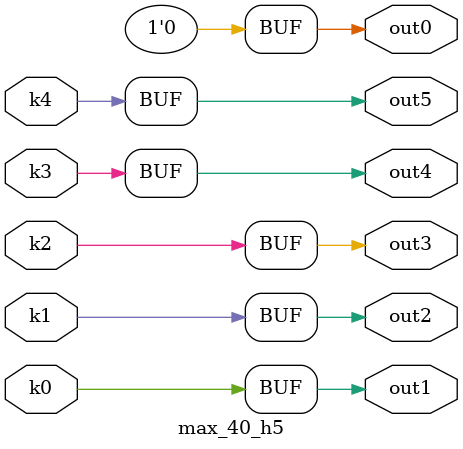
<source format=v>
module max_40(pi00, pi01, pi02, pi03, pi04, pi05, pi06, pi07, pi08, pi09, pi10, pi11, pi12, po0, po1, po2, po3, po4, po5);
input pi00, pi01, pi02, pi03, pi04, pi05, pi06, pi07, pi08, pi09, pi10, pi11, pi12;
output po0, po1, po2, po3, po4, po5;
wire k0, k1, k2, k3, k4;
max_40_w5 DUT1 (pi00, pi01, pi02, pi03, pi04, pi05, pi06, pi07, pi08, pi09, pi10, pi11, pi12, k0, k1, k2, k3, k4);
max_40_h5 DUT2 (k0, k1, k2, k3, k4, po0, po1, po2, po3, po4, po5);
endmodule

module max_40_w5(in12, in11, in10, in9, in8, in7, in6, in5, in4, in3, in2, in1, in0, k4, k3, k2, k1, k0);
input in12, in11, in10, in9, in8, in7, in6, in5, in4, in3, in2, in1, in0;
output k4, k3, k2, k1, k0;
assign k0 =   in0 ? ~in11 : ~in6;
assign k1 =   in0 ? ~in12 : ~in7;
assign k2 =   in0 ? ~in10 : ~in5;
assign k3 =   in0 ? ~in9 : ~in4;
assign k4 =   (((in12 & (~in7 | (~in1 & ~in2))) | (~in7 & ~in1 & ~in2)) & (in8 | ~in3) & (in9 | ~in4) & (in10 | ~in5) & (in11 | ~in6)) | ((in8 | ~in3) & (((in9 | ~in4) & ((in11 & ~in6 & (in10 | ~in5)) | (in10 & ~in5))) | (in9 & ~in4))) | (in8 & ~in3);
endmodule

module max_40_h5(k4, k3, k2, k1, k0, out5, out4, out3, out2, out1, out0);
input k4, k3, k2, k1, k0;
output out5, out4, out3, out2, out1, out0;
assign out0 = 0;
assign out1 = k0;
assign out2 = k1;
assign out3 = k2;
assign out4 = k3;
assign out5 = k4;
endmodule

</source>
